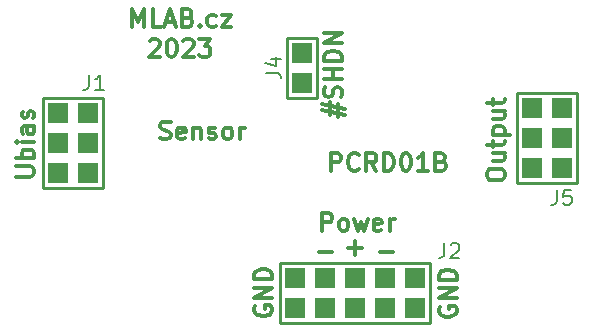
<source format=gbr>
%TF.GenerationSoftware,KiCad,Pcbnew,6.0.11+dfsg-1~bpo11+1*%
%TF.CreationDate,2023-04-12T15:26:38+00:00*%
%TF.ProjectId,PCRD01,50435244-3031-42e6-9b69-6361645f7063,01A*%
%TF.SameCoordinates,Original*%
%TF.FileFunction,Legend,Top*%
%TF.FilePolarity,Positive*%
%FSLAX46Y46*%
G04 Gerber Fmt 4.6, Leading zero omitted, Abs format (unit mm)*
G04 Created by KiCad (PCBNEW 6.0.11+dfsg-1~bpo11+1) date 2023-04-12 15:26:38*
%MOMM*%
%LPD*%
G01*
G04 APERTURE LIST*
%ADD10C,0.300000*%
%ADD11C,0.203200*%
%ADD12C,0.254000*%
%ADD13R,1.651000X1.651000*%
G04 APERTURE END LIST*
D10*
X160290214Y-95642071D02*
X160290214Y-94142071D01*
X160861642Y-94142071D01*
X161004500Y-94213500D01*
X161075928Y-94284928D01*
X161147357Y-94427785D01*
X161147357Y-94642071D01*
X161075928Y-94784928D01*
X161004500Y-94856357D01*
X160861642Y-94927785D01*
X160290214Y-94927785D01*
X162004500Y-95642071D02*
X161861642Y-95570642D01*
X161790214Y-95499214D01*
X161718785Y-95356357D01*
X161718785Y-94927785D01*
X161790214Y-94784928D01*
X161861642Y-94713500D01*
X162004500Y-94642071D01*
X162218785Y-94642071D01*
X162361642Y-94713500D01*
X162433071Y-94784928D01*
X162504500Y-94927785D01*
X162504500Y-95356357D01*
X162433071Y-95499214D01*
X162361642Y-95570642D01*
X162218785Y-95642071D01*
X162004500Y-95642071D01*
X163004500Y-94642071D02*
X163290214Y-95642071D01*
X163575928Y-94927785D01*
X163861642Y-95642071D01*
X164147357Y-94642071D01*
X165290214Y-95570642D02*
X165147357Y-95642071D01*
X164861642Y-95642071D01*
X164718785Y-95570642D01*
X164647357Y-95427785D01*
X164647357Y-94856357D01*
X164718785Y-94713500D01*
X164861642Y-94642071D01*
X165147357Y-94642071D01*
X165290214Y-94713500D01*
X165361642Y-94856357D01*
X165361642Y-94999214D01*
X164647357Y-95142071D01*
X166004500Y-95642071D02*
X166004500Y-94642071D01*
X166004500Y-94927785D02*
X166075928Y-94784928D01*
X166147357Y-94713500D01*
X166290214Y-94642071D01*
X166433071Y-94642071D01*
X174244071Y-91014214D02*
X174244071Y-90728500D01*
X174315500Y-90585642D01*
X174458357Y-90442785D01*
X174744071Y-90371357D01*
X175244071Y-90371357D01*
X175529785Y-90442785D01*
X175672642Y-90585642D01*
X175744071Y-90728500D01*
X175744071Y-91014214D01*
X175672642Y-91157071D01*
X175529785Y-91299928D01*
X175244071Y-91371357D01*
X174744071Y-91371357D01*
X174458357Y-91299928D01*
X174315500Y-91157071D01*
X174244071Y-91014214D01*
X174744071Y-89085642D02*
X175744071Y-89085642D01*
X174744071Y-89728500D02*
X175529785Y-89728500D01*
X175672642Y-89657071D01*
X175744071Y-89514214D01*
X175744071Y-89299928D01*
X175672642Y-89157071D01*
X175601214Y-89085642D01*
X174744071Y-88585642D02*
X174744071Y-88014214D01*
X174244071Y-88371357D02*
X175529785Y-88371357D01*
X175672642Y-88299928D01*
X175744071Y-88157071D01*
X175744071Y-88014214D01*
X174744071Y-87514214D02*
X176244071Y-87514214D01*
X174815500Y-87514214D02*
X174744071Y-87371357D01*
X174744071Y-87085642D01*
X174815500Y-86942785D01*
X174886928Y-86871357D01*
X175029785Y-86799928D01*
X175458357Y-86799928D01*
X175601214Y-86871357D01*
X175672642Y-86942785D01*
X175744071Y-87085642D01*
X175744071Y-87371357D01*
X175672642Y-87514214D01*
X174744071Y-85514214D02*
X175744071Y-85514214D01*
X174744071Y-86157071D02*
X175529785Y-86157071D01*
X175672642Y-86085642D01*
X175744071Y-85942785D01*
X175744071Y-85728500D01*
X175672642Y-85585642D01*
X175601214Y-85514214D01*
X174744071Y-85014214D02*
X174744071Y-84442785D01*
X174244071Y-84799928D02*
X175529785Y-84799928D01*
X175672642Y-84728500D01*
X175744071Y-84585642D01*
X175744071Y-84442785D01*
X170251500Y-102075357D02*
X170180071Y-102218214D01*
X170180071Y-102432500D01*
X170251500Y-102646785D01*
X170394357Y-102789642D01*
X170537214Y-102861071D01*
X170822928Y-102932500D01*
X171037214Y-102932500D01*
X171322928Y-102861071D01*
X171465785Y-102789642D01*
X171608642Y-102646785D01*
X171680071Y-102432500D01*
X171680071Y-102289642D01*
X171608642Y-102075357D01*
X171537214Y-102003928D01*
X171037214Y-102003928D01*
X171037214Y-102289642D01*
X171680071Y-101361071D02*
X170180071Y-101361071D01*
X171680071Y-100503928D01*
X170180071Y-100503928D01*
X171680071Y-99789642D02*
X170180071Y-99789642D01*
X170180071Y-99432500D01*
X170251500Y-99218214D01*
X170394357Y-99075357D01*
X170537214Y-99003928D01*
X170822928Y-98932500D01*
X171037214Y-98932500D01*
X171322928Y-99003928D01*
X171465785Y-99075357D01*
X171608642Y-99218214D01*
X171680071Y-99432500D01*
X171680071Y-99789642D01*
X165159571Y-97420142D02*
X166302428Y-97420142D01*
X154630500Y-102011857D02*
X154559071Y-102154714D01*
X154559071Y-102369000D01*
X154630500Y-102583285D01*
X154773357Y-102726142D01*
X154916214Y-102797571D01*
X155201928Y-102869000D01*
X155416214Y-102869000D01*
X155701928Y-102797571D01*
X155844785Y-102726142D01*
X155987642Y-102583285D01*
X156059071Y-102369000D01*
X156059071Y-102226142D01*
X155987642Y-102011857D01*
X155916214Y-101940428D01*
X155416214Y-101940428D01*
X155416214Y-102226142D01*
X156059071Y-101297571D02*
X154559071Y-101297571D01*
X156059071Y-100440428D01*
X154559071Y-100440428D01*
X156059071Y-99726142D02*
X154559071Y-99726142D01*
X154559071Y-99369000D01*
X154630500Y-99154714D01*
X154773357Y-99011857D01*
X154916214Y-98940428D01*
X155201928Y-98869000D01*
X155416214Y-98869000D01*
X155701928Y-98940428D01*
X155844785Y-99011857D01*
X155987642Y-99154714D01*
X156059071Y-99369000D01*
X156059071Y-99726142D01*
X161036571Y-90562071D02*
X161036571Y-89062071D01*
X161608000Y-89062071D01*
X161750857Y-89133500D01*
X161822285Y-89204928D01*
X161893714Y-89347785D01*
X161893714Y-89562071D01*
X161822285Y-89704928D01*
X161750857Y-89776357D01*
X161608000Y-89847785D01*
X161036571Y-89847785D01*
X163393714Y-90419214D02*
X163322285Y-90490642D01*
X163108000Y-90562071D01*
X162965142Y-90562071D01*
X162750857Y-90490642D01*
X162608000Y-90347785D01*
X162536571Y-90204928D01*
X162465142Y-89919214D01*
X162465142Y-89704928D01*
X162536571Y-89419214D01*
X162608000Y-89276357D01*
X162750857Y-89133500D01*
X162965142Y-89062071D01*
X163108000Y-89062071D01*
X163322285Y-89133500D01*
X163393714Y-89204928D01*
X164893714Y-90562071D02*
X164393714Y-89847785D01*
X164036571Y-90562071D02*
X164036571Y-89062071D01*
X164608000Y-89062071D01*
X164750857Y-89133500D01*
X164822285Y-89204928D01*
X164893714Y-89347785D01*
X164893714Y-89562071D01*
X164822285Y-89704928D01*
X164750857Y-89776357D01*
X164608000Y-89847785D01*
X164036571Y-89847785D01*
X165536571Y-90562071D02*
X165536571Y-89062071D01*
X165893714Y-89062071D01*
X166108000Y-89133500D01*
X166250857Y-89276357D01*
X166322285Y-89419214D01*
X166393714Y-89704928D01*
X166393714Y-89919214D01*
X166322285Y-90204928D01*
X166250857Y-90347785D01*
X166108000Y-90490642D01*
X165893714Y-90562071D01*
X165536571Y-90562071D01*
X167322285Y-89062071D02*
X167465142Y-89062071D01*
X167608000Y-89133500D01*
X167679428Y-89204928D01*
X167750857Y-89347785D01*
X167822285Y-89633500D01*
X167822285Y-89990642D01*
X167750857Y-90276357D01*
X167679428Y-90419214D01*
X167608000Y-90490642D01*
X167465142Y-90562071D01*
X167322285Y-90562071D01*
X167179428Y-90490642D01*
X167108000Y-90419214D01*
X167036571Y-90276357D01*
X166965142Y-89990642D01*
X166965142Y-89633500D01*
X167036571Y-89347785D01*
X167108000Y-89204928D01*
X167179428Y-89133500D01*
X167322285Y-89062071D01*
X169250857Y-90562071D02*
X168393714Y-90562071D01*
X168822285Y-90562071D02*
X168822285Y-89062071D01*
X168679428Y-89276357D01*
X168536571Y-89419214D01*
X168393714Y-89490642D01*
X170393714Y-89776357D02*
X170608000Y-89847785D01*
X170679428Y-89919214D01*
X170750857Y-90062071D01*
X170750857Y-90276357D01*
X170679428Y-90419214D01*
X170608000Y-90490642D01*
X170465142Y-90562071D01*
X169893714Y-90562071D01*
X169893714Y-89062071D01*
X170393714Y-89062071D01*
X170536571Y-89133500D01*
X170608000Y-89204928D01*
X170679428Y-89347785D01*
X170679428Y-89490642D01*
X170608000Y-89633500D01*
X170536571Y-89704928D01*
X170393714Y-89776357D01*
X169893714Y-89776357D01*
X145697071Y-79552928D02*
X145768500Y-79481500D01*
X145911357Y-79410071D01*
X146268500Y-79410071D01*
X146411357Y-79481500D01*
X146482785Y-79552928D01*
X146554214Y-79695785D01*
X146554214Y-79838642D01*
X146482785Y-80052928D01*
X145625642Y-80910071D01*
X146554214Y-80910071D01*
X147482785Y-79410071D02*
X147625642Y-79410071D01*
X147768500Y-79481500D01*
X147839928Y-79552928D01*
X147911357Y-79695785D01*
X147982785Y-79981500D01*
X147982785Y-80338642D01*
X147911357Y-80624357D01*
X147839928Y-80767214D01*
X147768500Y-80838642D01*
X147625642Y-80910071D01*
X147482785Y-80910071D01*
X147339928Y-80838642D01*
X147268500Y-80767214D01*
X147197071Y-80624357D01*
X147125642Y-80338642D01*
X147125642Y-79981500D01*
X147197071Y-79695785D01*
X147268500Y-79552928D01*
X147339928Y-79481500D01*
X147482785Y-79410071D01*
X148554214Y-79552928D02*
X148625642Y-79481500D01*
X148768500Y-79410071D01*
X149125642Y-79410071D01*
X149268500Y-79481500D01*
X149339928Y-79552928D01*
X149411357Y-79695785D01*
X149411357Y-79838642D01*
X149339928Y-80052928D01*
X148482785Y-80910071D01*
X149411357Y-80910071D01*
X149911357Y-79410071D02*
X150839928Y-79410071D01*
X150339928Y-79981500D01*
X150554214Y-79981500D01*
X150697071Y-80052928D01*
X150768500Y-80124357D01*
X150839928Y-80267214D01*
X150839928Y-80624357D01*
X150768500Y-80767214D01*
X150697071Y-80838642D01*
X150554214Y-80910071D01*
X150125642Y-80910071D01*
X149982785Y-80838642D01*
X149911357Y-80767214D01*
X162492571Y-97102642D02*
X163635428Y-97102642D01*
X163064000Y-97674071D02*
X163064000Y-96531214D01*
X160964571Y-85827000D02*
X160964571Y-84755571D01*
X160321714Y-85398428D02*
X162250285Y-85827000D01*
X161607428Y-84898428D02*
X161607428Y-85969857D01*
X162250285Y-85327000D02*
X160321714Y-84898428D01*
X161893142Y-84327000D02*
X161964571Y-84112714D01*
X161964571Y-83755571D01*
X161893142Y-83612714D01*
X161821714Y-83541285D01*
X161678857Y-83469857D01*
X161536000Y-83469857D01*
X161393142Y-83541285D01*
X161321714Y-83612714D01*
X161250285Y-83755571D01*
X161178857Y-84041285D01*
X161107428Y-84184142D01*
X161036000Y-84255571D01*
X160893142Y-84327000D01*
X160750285Y-84327000D01*
X160607428Y-84255571D01*
X160536000Y-84184142D01*
X160464571Y-84041285D01*
X160464571Y-83684142D01*
X160536000Y-83469857D01*
X161964571Y-82827000D02*
X160464571Y-82827000D01*
X161178857Y-82827000D02*
X161178857Y-81969857D01*
X161964571Y-81969857D02*
X160464571Y-81969857D01*
X161964571Y-81255571D02*
X160464571Y-81255571D01*
X160464571Y-80898428D01*
X160536000Y-80684142D01*
X160678857Y-80541285D01*
X160821714Y-80469857D01*
X161107428Y-80398428D01*
X161321714Y-80398428D01*
X161607428Y-80469857D01*
X161750285Y-80541285D01*
X161893142Y-80684142D01*
X161964571Y-80898428D01*
X161964571Y-81255571D01*
X161964571Y-79755571D02*
X160464571Y-79755571D01*
X161964571Y-78898428D01*
X160464571Y-78898428D01*
X134366071Y-91046000D02*
X135580357Y-91046000D01*
X135723214Y-90974571D01*
X135794642Y-90903142D01*
X135866071Y-90760285D01*
X135866071Y-90474571D01*
X135794642Y-90331714D01*
X135723214Y-90260285D01*
X135580357Y-90188857D01*
X134366071Y-90188857D01*
X135866071Y-89474571D02*
X134366071Y-89474571D01*
X134937500Y-89474571D02*
X134866071Y-89331714D01*
X134866071Y-89046000D01*
X134937500Y-88903142D01*
X135008928Y-88831714D01*
X135151785Y-88760285D01*
X135580357Y-88760285D01*
X135723214Y-88831714D01*
X135794642Y-88903142D01*
X135866071Y-89046000D01*
X135866071Y-89331714D01*
X135794642Y-89474571D01*
X135866071Y-88117428D02*
X134866071Y-88117428D01*
X134366071Y-88117428D02*
X134437500Y-88188857D01*
X134508928Y-88117428D01*
X134437500Y-88046000D01*
X134366071Y-88117428D01*
X134508928Y-88117428D01*
X135866071Y-86760285D02*
X135080357Y-86760285D01*
X134937500Y-86831714D01*
X134866071Y-86974571D01*
X134866071Y-87260285D01*
X134937500Y-87403142D01*
X135794642Y-86760285D02*
X135866071Y-86903142D01*
X135866071Y-87260285D01*
X135794642Y-87403142D01*
X135651785Y-87474571D01*
X135508928Y-87474571D01*
X135366071Y-87403142D01*
X135294642Y-87260285D01*
X135294642Y-86903142D01*
X135223214Y-86760285D01*
X135794642Y-86117428D02*
X135866071Y-85974571D01*
X135866071Y-85688857D01*
X135794642Y-85546000D01*
X135651785Y-85474571D01*
X135580357Y-85474571D01*
X135437500Y-85546000D01*
X135366071Y-85688857D01*
X135366071Y-85903142D01*
X135294642Y-86046000D01*
X135151785Y-86117428D01*
X135080357Y-86117428D01*
X134937500Y-86046000D01*
X134866071Y-85903142D01*
X134866071Y-85688857D01*
X134937500Y-85546000D01*
X144224857Y-78370071D02*
X144224857Y-76870071D01*
X144724857Y-77941500D01*
X145224857Y-76870071D01*
X145224857Y-78370071D01*
X146653428Y-78370071D02*
X145939142Y-78370071D01*
X145939142Y-76870071D01*
X147082000Y-77941500D02*
X147796285Y-77941500D01*
X146939142Y-78370071D02*
X147439142Y-76870071D01*
X147939142Y-78370071D01*
X148939142Y-77584357D02*
X149153428Y-77655785D01*
X149224857Y-77727214D01*
X149296285Y-77870071D01*
X149296285Y-78084357D01*
X149224857Y-78227214D01*
X149153428Y-78298642D01*
X149010571Y-78370071D01*
X148439142Y-78370071D01*
X148439142Y-76870071D01*
X148939142Y-76870071D01*
X149082000Y-76941500D01*
X149153428Y-77012928D01*
X149224857Y-77155785D01*
X149224857Y-77298642D01*
X149153428Y-77441500D01*
X149082000Y-77512928D01*
X148939142Y-77584357D01*
X148439142Y-77584357D01*
X149939142Y-78227214D02*
X150010571Y-78298642D01*
X149939142Y-78370071D01*
X149867714Y-78298642D01*
X149939142Y-78227214D01*
X149939142Y-78370071D01*
X151296285Y-78298642D02*
X151153428Y-78370071D01*
X150867714Y-78370071D01*
X150724857Y-78298642D01*
X150653428Y-78227214D01*
X150582000Y-78084357D01*
X150582000Y-77655785D01*
X150653428Y-77512928D01*
X150724857Y-77441500D01*
X150867714Y-77370071D01*
X151153428Y-77370071D01*
X151296285Y-77441500D01*
X151796285Y-77370071D02*
X152582000Y-77370071D01*
X151796285Y-78370071D01*
X152582000Y-78370071D01*
X146610000Y-87823642D02*
X146824285Y-87895071D01*
X147181428Y-87895071D01*
X147324285Y-87823642D01*
X147395714Y-87752214D01*
X147467142Y-87609357D01*
X147467142Y-87466500D01*
X147395714Y-87323642D01*
X147324285Y-87252214D01*
X147181428Y-87180785D01*
X146895714Y-87109357D01*
X146752857Y-87037928D01*
X146681428Y-86966500D01*
X146610000Y-86823642D01*
X146610000Y-86680785D01*
X146681428Y-86537928D01*
X146752857Y-86466500D01*
X146895714Y-86395071D01*
X147252857Y-86395071D01*
X147467142Y-86466500D01*
X148681428Y-87823642D02*
X148538571Y-87895071D01*
X148252857Y-87895071D01*
X148110000Y-87823642D01*
X148038571Y-87680785D01*
X148038571Y-87109357D01*
X148110000Y-86966500D01*
X148252857Y-86895071D01*
X148538571Y-86895071D01*
X148681428Y-86966500D01*
X148752857Y-87109357D01*
X148752857Y-87252214D01*
X148038571Y-87395071D01*
X149395714Y-86895071D02*
X149395714Y-87895071D01*
X149395714Y-87037928D02*
X149467142Y-86966500D01*
X149610000Y-86895071D01*
X149824285Y-86895071D01*
X149967142Y-86966500D01*
X150038571Y-87109357D01*
X150038571Y-87895071D01*
X150681428Y-87823642D02*
X150824285Y-87895071D01*
X151110000Y-87895071D01*
X151252857Y-87823642D01*
X151324285Y-87680785D01*
X151324285Y-87609357D01*
X151252857Y-87466500D01*
X151110000Y-87395071D01*
X150895714Y-87395071D01*
X150752857Y-87323642D01*
X150681428Y-87180785D01*
X150681428Y-87109357D01*
X150752857Y-86966500D01*
X150895714Y-86895071D01*
X151110000Y-86895071D01*
X151252857Y-86966500D01*
X152181428Y-87895071D02*
X152038571Y-87823642D01*
X151967142Y-87752214D01*
X151895714Y-87609357D01*
X151895714Y-87180785D01*
X151967142Y-87037928D01*
X152038571Y-86966500D01*
X152181428Y-86895071D01*
X152395714Y-86895071D01*
X152538571Y-86966500D01*
X152610000Y-87037928D01*
X152681428Y-87180785D01*
X152681428Y-87609357D01*
X152610000Y-87752214D01*
X152538571Y-87823642D01*
X152395714Y-87895071D01*
X152181428Y-87895071D01*
X153324285Y-87895071D02*
X153324285Y-86895071D01*
X153324285Y-87180785D02*
X153395714Y-87037928D01*
X153467142Y-86966500D01*
X153610000Y-86895071D01*
X153752857Y-86895071D01*
X160016071Y-97420142D02*
X161158928Y-97420142D01*
D11*
%TO.C,J1*%
X140542666Y-82457023D02*
X140542666Y-83364166D01*
X140482190Y-83545595D01*
X140361238Y-83666547D01*
X140179809Y-83727023D01*
X140058857Y-83727023D01*
X141812666Y-83727023D02*
X141086952Y-83727023D01*
X141449809Y-83727023D02*
X141449809Y-82457023D01*
X141328857Y-82638452D01*
X141207904Y-82759404D01*
X141086952Y-82819880D01*
%TO.C,J2*%
X170641666Y-96681023D02*
X170641666Y-97588166D01*
X170581190Y-97769595D01*
X170460238Y-97890547D01*
X170278809Y-97951023D01*
X170157857Y-97951023D01*
X171185952Y-96801976D02*
X171246428Y-96741500D01*
X171367380Y-96681023D01*
X171669761Y-96681023D01*
X171790714Y-96741500D01*
X171851190Y-96801976D01*
X171911666Y-96922928D01*
X171911666Y-97043880D01*
X171851190Y-97225309D01*
X171125476Y-97951023D01*
X171911666Y-97951023D01*
%TO.C,J5*%
X180166666Y-92172523D02*
X180166666Y-93079666D01*
X180106190Y-93261095D01*
X179985238Y-93382047D01*
X179803809Y-93442523D01*
X179682857Y-93442523D01*
X181376190Y-92172523D02*
X180771428Y-92172523D01*
X180710952Y-92777285D01*
X180771428Y-92716809D01*
X180892380Y-92656333D01*
X181194761Y-92656333D01*
X181315714Y-92716809D01*
X181376190Y-92777285D01*
X181436666Y-92898238D01*
X181436666Y-93200619D01*
X181376190Y-93321571D01*
X181315714Y-93382047D01*
X181194761Y-93442523D01*
X180892380Y-93442523D01*
X180771428Y-93382047D01*
X180710952Y-93321571D01*
%TO.C,J4*%
X155510523Y-82242333D02*
X156417666Y-82242333D01*
X156599095Y-82302809D01*
X156720047Y-82423761D01*
X156780523Y-82605190D01*
X156780523Y-82726142D01*
X155933857Y-81093285D02*
X156780523Y-81093285D01*
X155450047Y-81395666D02*
X156357190Y-81698047D01*
X156357190Y-80911857D01*
D12*
%TO.C,J1*%
X136648000Y-91979000D02*
X139188000Y-91979000D01*
X136648000Y-89439000D02*
X136648000Y-91979000D01*
X141728000Y-91979000D02*
X139188000Y-91979000D01*
X136648000Y-84359000D02*
X136648000Y-89439000D01*
X141728000Y-91979000D02*
X141728000Y-84359000D01*
X141728000Y-84359000D02*
X136648000Y-84359000D01*
%TO.C,J2*%
X156764800Y-98329000D02*
X156764800Y-100869000D01*
X156764800Y-103409000D02*
X164384800Y-103409000D01*
X156764800Y-103409000D02*
X156764800Y-100869000D01*
X165654800Y-98329000D02*
X168194800Y-98329000D01*
X166924800Y-98329000D02*
X169464800Y-98329000D01*
X161844800Y-103409000D02*
X164384800Y-103409000D01*
X168194800Y-98329000D02*
X163114800Y-98329000D01*
X166924800Y-103409000D02*
X169464800Y-103409000D01*
X166924800Y-103409000D02*
X169464800Y-103409000D01*
X169464800Y-103409000D02*
X169464800Y-98329000D01*
X163114800Y-98329000D02*
X160574800Y-98329000D01*
X161844800Y-103409000D02*
X164384800Y-103409000D01*
X165654800Y-98329000D02*
X168194800Y-98329000D01*
X165654800Y-98329000D02*
X168194800Y-98329000D01*
X169464800Y-103409000D02*
X169464800Y-98329000D01*
X165654800Y-98329000D02*
X168194800Y-98329000D01*
X159304800Y-98329000D02*
X160574800Y-98329000D01*
X164384800Y-103409000D02*
X166924800Y-103409000D01*
X164384800Y-103409000D02*
X166924800Y-103409000D01*
X166924800Y-98329000D02*
X169464800Y-98329000D01*
X156764800Y-98329000D02*
X159304800Y-98329000D01*
%TO.C,J5*%
X181834600Y-84003400D02*
X176754600Y-84003400D01*
X181834600Y-91623400D02*
X181834600Y-84003400D01*
X176754600Y-89083400D02*
X176754600Y-91623400D01*
X176754600Y-84003400D02*
X176754600Y-89083400D01*
X176754600Y-91623400D02*
X179294600Y-91623400D01*
X181834600Y-91623400D02*
X179294600Y-91623400D01*
%TO.C,J4*%
X157349000Y-84359000D02*
X159889000Y-84359000D01*
X159889000Y-81819000D02*
X159889000Y-79279000D01*
X159889000Y-84359000D02*
X159889000Y-81819000D01*
X157349000Y-84359000D02*
X157349000Y-81819000D01*
X159889000Y-79279000D02*
X157349000Y-79279000D01*
X157349000Y-81819000D02*
X157349000Y-79279000D01*
%TD*%
D13*
%TO.C,J1*%
X140458000Y-90709000D03*
X140458000Y-88169000D03*
X140458000Y-85629000D03*
X137918000Y-85629000D03*
X137918000Y-88169000D03*
X137918000Y-90709000D03*
%TD*%
%TO.C,J2*%
X158034800Y-102139000D03*
X160574800Y-102139000D03*
X163114800Y-102139000D03*
X165654800Y-102139000D03*
X168194800Y-102139000D03*
X168194800Y-99599000D03*
X165654800Y-99599000D03*
X163114800Y-99599000D03*
X160574800Y-99599000D03*
X158034800Y-99599000D03*
%TD*%
%TO.C,J5*%
X180564600Y-90353400D03*
X180564600Y-87813400D03*
X180564600Y-85273400D03*
X178024600Y-85273400D03*
X178024600Y-87813400D03*
X178024600Y-90353400D03*
%TD*%
%TO.C,J4*%
X158619000Y-83089000D03*
X158619000Y-80549000D03*
%TD*%
M02*

</source>
